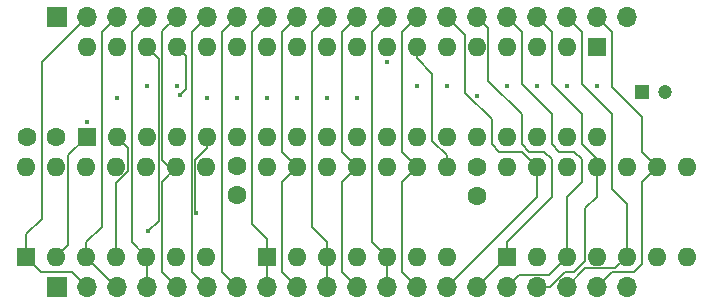
<source format=gbl>
G04 #@! TF.GenerationSoftware,KiCad,Pcbnew,(6.0.11-0)*
G04 #@! TF.CreationDate,2023-06-10T21:35:02+02:00*
G04 #@! TF.ProjectId,debug_leds,64656275-675f-46c6-9564-732e6b696361,REV*
G04 #@! TF.SameCoordinates,Original*
G04 #@! TF.FileFunction,Copper,L4,Bot*
G04 #@! TF.FilePolarity,Positive*
%FSLAX46Y46*%
G04 Gerber Fmt 4.6, Leading zero omitted, Abs format (unit mm)*
G04 Created by KiCad (PCBNEW (6.0.11-0)) date 2023-06-10 21:35:02*
%MOMM*%
%LPD*%
G01*
G04 APERTURE LIST*
G04 #@! TA.AperFunction,ComponentPad*
%ADD10R,1.700000X1.700000*%
G04 #@! TD*
G04 #@! TA.AperFunction,ComponentPad*
%ADD11O,1.700000X1.700000*%
G04 #@! TD*
G04 #@! TA.AperFunction,ComponentPad*
%ADD12O,1.600000X1.600000*%
G04 #@! TD*
G04 #@! TA.AperFunction,ComponentPad*
%ADD13R,1.600000X1.600000*%
G04 #@! TD*
G04 #@! TA.AperFunction,ComponentPad*
%ADD14C,1.600000*%
G04 #@! TD*
G04 #@! TA.AperFunction,ComponentPad*
%ADD15R,1.200000X1.200000*%
G04 #@! TD*
G04 #@! TA.AperFunction,ComponentPad*
%ADD16C,1.200000*%
G04 #@! TD*
G04 #@! TA.AperFunction,ViaPad*
%ADD17C,0.450000*%
G04 #@! TD*
G04 #@! TA.AperFunction,Conductor*
%ADD18C,0.127000*%
G04 #@! TD*
G04 APERTURE END LIST*
D10*
X105410000Y-52070000D03*
D11*
X107950000Y-52070000D03*
X110490000Y-52070000D03*
X113030000Y-52070000D03*
X115570000Y-52070000D03*
X118110000Y-52070000D03*
X120650000Y-52070000D03*
X123190000Y-52070000D03*
X125730000Y-52070000D03*
X128270000Y-52070000D03*
X130810000Y-52070000D03*
X133350000Y-52070000D03*
X135890000Y-52070000D03*
X138430000Y-52070000D03*
X140970000Y-52070000D03*
X143510000Y-52070000D03*
X146050000Y-52070000D03*
X148590000Y-52070000D03*
X151130000Y-52070000D03*
X153670000Y-52070000D03*
D10*
X105410000Y-74930000D03*
D11*
X107950000Y-74930000D03*
X110490000Y-74930000D03*
X113030000Y-74930000D03*
X115570000Y-74930000D03*
X118110000Y-74930000D03*
X120650000Y-74930000D03*
X123190000Y-74930000D03*
X125730000Y-74930000D03*
X128270000Y-74930000D03*
X130810000Y-74930000D03*
X133350000Y-74930000D03*
X135890000Y-74930000D03*
X138430000Y-74930000D03*
X140970000Y-74930000D03*
X143510000Y-74930000D03*
X146050000Y-74930000D03*
X148590000Y-74930000D03*
X151130000Y-74930000D03*
X153670000Y-74930000D03*
D12*
X123190000Y-64770000D03*
X125730000Y-64770000D03*
X128270000Y-64770000D03*
X130810000Y-64770000D03*
X133350000Y-64770000D03*
X135890000Y-64770000D03*
X138430000Y-64770000D03*
X138430000Y-72390000D03*
X135890000Y-72390000D03*
X133350000Y-72390000D03*
X130810000Y-72390000D03*
X128270000Y-72390000D03*
X125730000Y-72390000D03*
D13*
X123190000Y-72390000D03*
D12*
X143510000Y-64770000D03*
X146050000Y-64770000D03*
X148590000Y-64770000D03*
X151130000Y-64770000D03*
X153670000Y-64770000D03*
X156210000Y-64770000D03*
X158750000Y-64770000D03*
X158750000Y-72390000D03*
X156210000Y-72390000D03*
X153670000Y-72390000D03*
X151130000Y-72390000D03*
X148590000Y-72390000D03*
X146050000Y-72390000D03*
D13*
X143510000Y-72390000D03*
X102860000Y-72390000D03*
D12*
X105400000Y-72390000D03*
X107940000Y-72390000D03*
X110480000Y-72390000D03*
X113020000Y-72390000D03*
X115560000Y-72390000D03*
X118100000Y-72390000D03*
X118100000Y-64770000D03*
X115560000Y-64770000D03*
X113020000Y-64770000D03*
X110480000Y-64770000D03*
X107940000Y-64770000D03*
X105400000Y-64770000D03*
X102860000Y-64770000D03*
X151130000Y-62230000D03*
X148590000Y-62230000D03*
X146050000Y-62230000D03*
X143510000Y-62230000D03*
X140970000Y-62230000D03*
X138430000Y-62230000D03*
X135890000Y-62230000D03*
X133350000Y-62230000D03*
X133350000Y-54610000D03*
X135890000Y-54610000D03*
X138430000Y-54610000D03*
X140970000Y-54610000D03*
X143510000Y-54610000D03*
X146050000Y-54610000D03*
X148590000Y-54610000D03*
D13*
X151130000Y-54610000D03*
D12*
X107950000Y-54610000D03*
X110490000Y-54610000D03*
X113030000Y-54610000D03*
X115570000Y-54610000D03*
X118110000Y-54610000D03*
X120650000Y-54610000D03*
X123190000Y-54610000D03*
X125730000Y-54610000D03*
X128270000Y-54610000D03*
X130810000Y-54610000D03*
X130810000Y-62230000D03*
X128270000Y-62230000D03*
X125730000Y-62230000D03*
X123190000Y-62230000D03*
X120650000Y-62230000D03*
X118110000Y-62230000D03*
X115570000Y-62230000D03*
X113030000Y-62230000D03*
X110490000Y-62230000D03*
D13*
X107950000Y-62230000D03*
D14*
X140970000Y-64770000D03*
X140970000Y-67270000D03*
D15*
X154940000Y-58420000D03*
D16*
X156940000Y-58420000D03*
D14*
X102870000Y-62230000D03*
X105370000Y-62230000D03*
X120650000Y-64680000D03*
X120650000Y-67180000D03*
D17*
X140970000Y-58801000D03*
X113157000Y-70231000D03*
X115824000Y-58705609D03*
X117242000Y-68665200D03*
X107950000Y-60960000D03*
X110490000Y-58928000D03*
X118110000Y-58928000D03*
X120650000Y-58928000D03*
X123190000Y-58928000D03*
X125730000Y-58928000D03*
X128270000Y-58928000D03*
X130810000Y-58928000D03*
X133350000Y-55880000D03*
X135890000Y-57912000D03*
X138430000Y-57912000D03*
X143510000Y-57912000D03*
X146050000Y-57912000D03*
X148590000Y-57912000D03*
X151130000Y-57912000D03*
X115570000Y-57912000D03*
X113030000Y-57912000D03*
D18*
X151130000Y-52070000D02*
X152400000Y-53340000D01*
X152400000Y-53340000D02*
X152400000Y-58039000D01*
X154940000Y-63500000D02*
X156210000Y-64770000D01*
X152400000Y-58039000D02*
X154940000Y-60579000D01*
X154940000Y-60579000D02*
X154940000Y-63500000D01*
X142875000Y-63500000D02*
X144780000Y-63500000D01*
X140006000Y-53646000D02*
X140006000Y-58534208D01*
X142240000Y-62865000D02*
X142875000Y-63500000D01*
X144780000Y-63500000D02*
X146050000Y-64770000D01*
X142240000Y-60768208D02*
X142240000Y-62865000D01*
X140006000Y-58534208D02*
X142240000Y-60768208D01*
X138430000Y-52070000D02*
X140006000Y-53646000D01*
X114046000Y-69342000D02*
X114046000Y-55626000D01*
X113157000Y-70231000D02*
X114046000Y-69342000D01*
X114046000Y-55626000D02*
X113030000Y-54610000D01*
X116369999Y-58159610D02*
X115824000Y-58705609D01*
X115570000Y-54610000D02*
X116369999Y-55409999D01*
X116369999Y-55409999D02*
X116369999Y-58159610D01*
X154940000Y-66040000D02*
X156210000Y-64770000D01*
X154940000Y-73025000D02*
X154940000Y-66040000D01*
X154305000Y-73660000D02*
X154940000Y-73025000D01*
X152400000Y-73660000D02*
X154305000Y-73660000D01*
X151130000Y-74930000D02*
X152400000Y-73660000D01*
X149860000Y-53340000D02*
X148590000Y-52070000D01*
X149860000Y-57785000D02*
X149860000Y-53340000D01*
X152400000Y-60325000D02*
X149860000Y-57785000D01*
X152400000Y-66675000D02*
X152400000Y-60325000D01*
X153670000Y-67945000D02*
X152400000Y-66675000D01*
X153670000Y-72390000D02*
X153670000Y-67945000D01*
X152706000Y-73353500D02*
X153670000Y-72390000D01*
X150166000Y-73353500D02*
X152706000Y-73353500D01*
X148590000Y-74930000D02*
X150166000Y-73353500D01*
X151130000Y-64135000D02*
X151130000Y-64770000D01*
X149860000Y-62865000D02*
X151130000Y-64135000D01*
X149860000Y-60325000D02*
X149860000Y-62865000D01*
X147320000Y-57785000D02*
X149860000Y-60325000D01*
X147320000Y-53340000D02*
X147320000Y-57785000D01*
X146050000Y-52070000D02*
X147320000Y-53340000D01*
X151130000Y-67310000D02*
X151130000Y-64770000D01*
X150166000Y-68273500D02*
X151130000Y-67310000D01*
X150166000Y-72718500D02*
X150166000Y-68273500D01*
X149225000Y-73660000D02*
X150166000Y-72718500D01*
X148427000Y-73660000D02*
X149225000Y-73660000D01*
X147157000Y-74930000D02*
X148427000Y-73660000D01*
X146050000Y-74930000D02*
X147157000Y-74930000D01*
X148590000Y-67310000D02*
X148590000Y-72390000D01*
X149860000Y-66040000D02*
X148590000Y-67310000D01*
X149860000Y-64135000D02*
X149860000Y-66040000D01*
X149225000Y-63500000D02*
X149860000Y-64135000D01*
X147955000Y-63500000D02*
X149225000Y-63500000D01*
X147320000Y-62865000D02*
X147955000Y-63500000D01*
X147320000Y-60325000D02*
X147320000Y-62865000D01*
X144780000Y-57785000D02*
X147320000Y-60325000D01*
X144780000Y-53340000D02*
X144780000Y-57785000D01*
X143510000Y-52070000D02*
X144780000Y-53340000D01*
X144524000Y-73916500D02*
X143510000Y-74930000D01*
X147064000Y-73916500D02*
X144524000Y-73916500D01*
X148590000Y-72390000D02*
X147064000Y-73916500D01*
X143510000Y-71120000D02*
X143510000Y-72390000D01*
X147320000Y-67310000D02*
X143510000Y-71120000D01*
X147320000Y-64135000D02*
X147320000Y-67310000D01*
X146685000Y-63500000D02*
X147320000Y-64135000D01*
X145415000Y-63500000D02*
X146685000Y-63500000D01*
X144780000Y-62865000D02*
X145415000Y-63500000D01*
X144780000Y-60325000D02*
X144780000Y-62865000D01*
X141934000Y-57478500D02*
X144780000Y-60325000D01*
X141934000Y-53033500D02*
X141934000Y-57478500D01*
X140970000Y-52070000D02*
X141934000Y-53033500D01*
X143510000Y-72390000D02*
X140970000Y-74930000D01*
X146050000Y-67310000D02*
X138430000Y-74930000D01*
X146050000Y-64770000D02*
X146050000Y-67310000D01*
X134620000Y-66040000D02*
X135890000Y-64770000D01*
X134620000Y-73660000D02*
X134620000Y-66040000D01*
X135890000Y-74930000D02*
X134620000Y-73660000D01*
X134620000Y-53340000D02*
X135890000Y-52070000D01*
X134620000Y-63500000D02*
X134620000Y-53340000D01*
X135890000Y-64770000D02*
X134620000Y-63500000D01*
X133350000Y-74930000D02*
X133350000Y-72390000D01*
X132080000Y-53340000D02*
X133350000Y-52070000D01*
X132080000Y-71120000D02*
X132080000Y-53340000D01*
X133350000Y-72390000D02*
X132080000Y-71120000D01*
X129540000Y-66040000D02*
X130810000Y-64770000D01*
X129540000Y-73660000D02*
X129540000Y-66040000D01*
X130810000Y-74930000D02*
X129540000Y-73660000D01*
X129540000Y-53340000D02*
X130810000Y-52070000D01*
X129540000Y-63500000D02*
X129540000Y-53340000D01*
X130810000Y-64770000D02*
X129540000Y-63500000D01*
X128270000Y-74930000D02*
X128270000Y-72390000D01*
X127000000Y-53340000D02*
X128270000Y-52070000D01*
X127000000Y-69850000D02*
X127000000Y-53340000D01*
X128270000Y-71120000D02*
X127000000Y-69850000D01*
X128270000Y-72390000D02*
X128270000Y-71120000D01*
X124460000Y-66040000D02*
X125730000Y-64770000D01*
X124460000Y-73660000D02*
X124460000Y-66040000D01*
X125730000Y-74930000D02*
X124460000Y-73660000D01*
X124460000Y-53340000D02*
X125730000Y-52070000D01*
X124460000Y-63500000D02*
X124460000Y-53340000D01*
X125730000Y-64770000D02*
X124460000Y-63500000D01*
X123190000Y-74930000D02*
X123190000Y-72390000D01*
X121920000Y-53340000D02*
X123190000Y-52070000D01*
X121920000Y-69596000D02*
X121920000Y-53340000D01*
X123190000Y-70866000D02*
X121920000Y-69596000D01*
X123190000Y-72390000D02*
X123190000Y-70866000D01*
X119380000Y-53340000D02*
X120650000Y-52070000D01*
X119380000Y-73660000D02*
X119380000Y-53340000D01*
X120650000Y-74930000D02*
X119380000Y-73660000D01*
X116840000Y-73660000D02*
X118110000Y-74930000D01*
X116840000Y-53340000D02*
X116840000Y-73660000D01*
X118110000Y-52070000D02*
X116840000Y-53340000D01*
X114935000Y-64770000D02*
X115560000Y-64770000D01*
X114331000Y-64166000D02*
X114935000Y-64770000D01*
X114331000Y-53309000D02*
X114331000Y-64166000D01*
X115570000Y-52070000D02*
X114331000Y-53309000D01*
X114300000Y-73660000D02*
X114300000Y-66040000D01*
X115570000Y-74930000D02*
X114300000Y-73660000D01*
X115560000Y-64770000D02*
X114300000Y-66030000D01*
X114300000Y-66030000D02*
X114300000Y-66040000D01*
X113030000Y-72400000D02*
X113020000Y-72390000D01*
X113030000Y-74930000D02*
X113030000Y-72400000D01*
X111760000Y-53340000D02*
X113030000Y-52070000D01*
X111760000Y-71130000D02*
X111760000Y-53340000D01*
X113020000Y-72390000D02*
X111760000Y-71130000D01*
X110480000Y-74930000D02*
X110490000Y-74930000D01*
X107940000Y-72390000D02*
X110480000Y-74930000D01*
X109220000Y-53340000D02*
X110490000Y-52070000D01*
X109220000Y-69850000D02*
X109220000Y-53340000D01*
X107940000Y-71130000D02*
X109220000Y-69850000D01*
X107940000Y-72390000D02*
X107940000Y-71130000D01*
X104140000Y-55880000D02*
X107950000Y-52070000D01*
X104140000Y-69215000D02*
X104140000Y-55880000D01*
X102860000Y-70495000D02*
X104140000Y-69215000D01*
X102860000Y-72390000D02*
X102860000Y-70495000D01*
X106680000Y-73660000D02*
X107950000Y-74930000D01*
X104130000Y-73660000D02*
X106680000Y-73660000D01*
X102860000Y-72390000D02*
X104130000Y-73660000D01*
X135890000Y-55575400D02*
X135890000Y-54610000D01*
X137195000Y-56880400D02*
X135890000Y-55575400D01*
X137195000Y-62569600D02*
X137195000Y-56880400D01*
X138430000Y-63804600D02*
X137195000Y-62569600D01*
X138430000Y-64770000D02*
X138430000Y-63804600D01*
X106364000Y-63816500D02*
X107950000Y-62230000D01*
X106364000Y-71426500D02*
X106364000Y-63816500D01*
X105400000Y-72390000D02*
X106364000Y-71426500D01*
X111444000Y-63183500D02*
X110490000Y-62230000D01*
X111444000Y-65169100D02*
X111444000Y-63183500D01*
X110480000Y-66132600D02*
X111444000Y-65169100D01*
X110480000Y-72390000D02*
X110480000Y-66132600D01*
X117135000Y-68557500D02*
X117242000Y-68665200D01*
X117135000Y-64170800D02*
X117135000Y-68557500D01*
X118110000Y-63195400D02*
X117135000Y-64170800D01*
X118110000Y-62230000D02*
X118110000Y-63195400D01*
M02*

</source>
